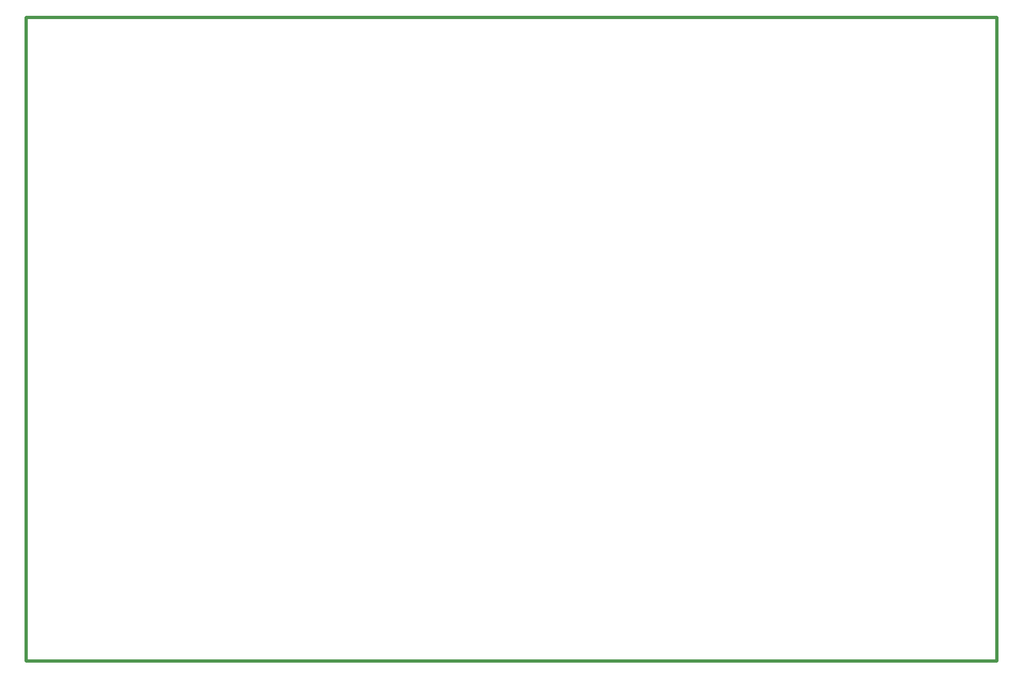
<source format=gbr>
%TF.GenerationSoftware,Altium Limited,Altium Designer,19.0.15 (446)*%
G04 Layer_Color=32768*
%FSLAX45Y45*%
%MOMM*%
%TF.FileFunction,Other,Board*%
%TF.Part,CustomerPanel*%
G01*
G75*
%TA.AperFunction,NonConductor*%
%ADD119C,0.50000*%
D119*
X17100000Y2000000D02*
Y12000000D01*
X2000000D02*
X17100000D01*
X2000000Y2000000D02*
X17100000D01*
X2000000D02*
Y12000000D01*
%TF.MD5,e5a8880c489fc1c977dcf7e7918fc2dd*%
M02*

</source>
